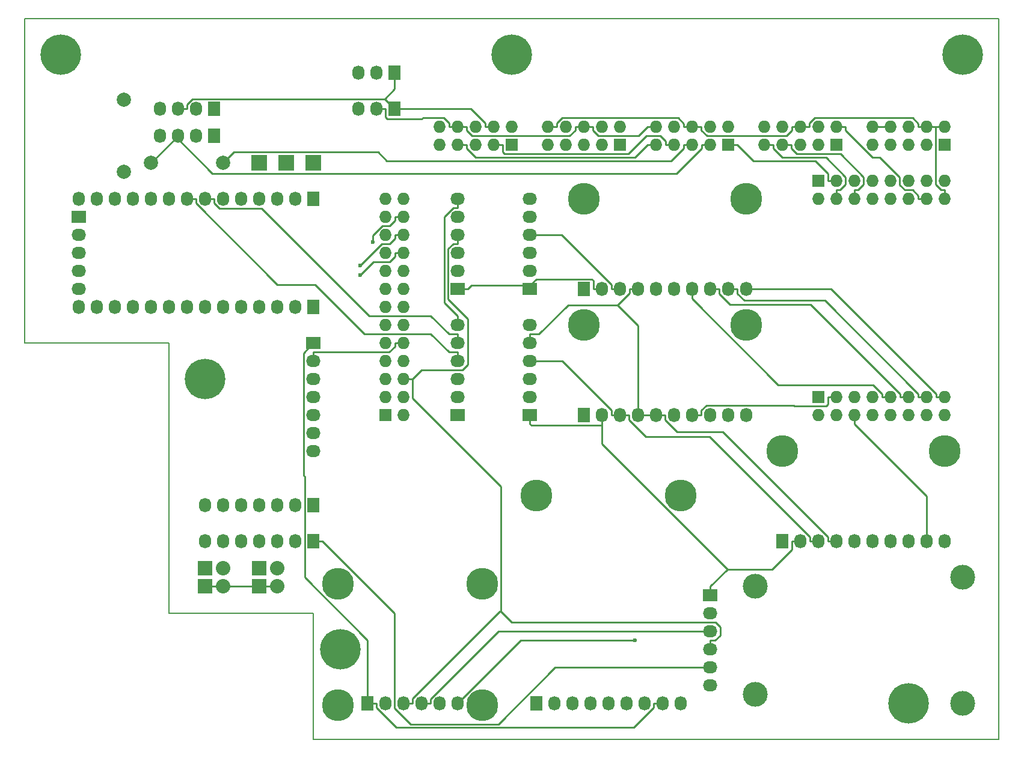
<source format=gtl>
G04 #@! TF.FileFunction,Copper,L1,Top,Signal*
%FSLAX46Y46*%
G04 Gerber Fmt 4.6, Leading zero omitted, Abs format (unit mm)*
G04 Created by KiCad (PCBNEW 4.0.2-stable) date 4/12/2016 5:16:18 AM*
%MOMM*%
G01*
G04 APERTURE LIST*
%ADD10C,2.000000*%
%ADD11C,0.150000*%
%ADD12C,5.700000*%
%ADD13C,3.500000*%
%ADD14C,4.500000*%
%ADD15R,2.032000X2.032000*%
%ADD16O,2.032000X2.032000*%
%ADD17R,2.235200X2.235200*%
%ADD18R,2.032000X1.727200*%
%ADD19O,2.032000X1.727200*%
%ADD20R,1.727200X1.727200*%
%ADD21O,1.727200X1.727200*%
%ADD22R,1.727200X2.032000*%
%ADD23O,1.727200X2.032000*%
%ADD24C,1.998980*%
%ADD25C,0.600000*%
%ADD26C,0.250000*%
G04 APERTURE END LIST*
D10*
D11*
X93980000Y-139700000D02*
X93980000Y-157480000D01*
X73660000Y-139700000D02*
X93980000Y-139700000D01*
X93980000Y-157480000D02*
X190500000Y-157480000D01*
X190500000Y-55880000D02*
X190500000Y-157480000D01*
X53340000Y-55880000D02*
X190500000Y-55880000D01*
X53340000Y-101600000D02*
X53340000Y-55880000D01*
X73660000Y-139700000D02*
X73660000Y-101600000D01*
X53340000Y-101600000D02*
X73660000Y-101600000D01*
D12*
X97790000Y-144780000D03*
X121920000Y-60960000D03*
X78740000Y-106680000D03*
X58420000Y-60960000D03*
X185420000Y-60960000D03*
D13*
X185420000Y-134620000D03*
X185420000Y-152400000D03*
X156210000Y-151130000D03*
D14*
X154940000Y-81280000D03*
X132080000Y-81280000D03*
X132080000Y-99060000D03*
X154940000Y-99060000D03*
X182880000Y-116840000D03*
X160020000Y-116840000D03*
X125349000Y-123063000D03*
X145669000Y-123063000D03*
X117729000Y-135509000D03*
X97409000Y-135509000D03*
X117729000Y-152654000D03*
D15*
X86360000Y-133350000D03*
D16*
X88900000Y-133350000D03*
D17*
X90170000Y-76200000D03*
D18*
X93980000Y-101600000D03*
D19*
X93980000Y-104140000D03*
X93980000Y-106680000D03*
X93980000Y-109220000D03*
X93980000Y-111760000D03*
X93980000Y-114300000D03*
X93980000Y-116840000D03*
D20*
X182880000Y-73660000D03*
D21*
X182880000Y-71120000D03*
X180340000Y-73660000D03*
X180340000Y-71120000D03*
X177800000Y-73660000D03*
X177800000Y-71120000D03*
X175260000Y-73660000D03*
X175260000Y-71120000D03*
X172720000Y-73660000D03*
X172720000Y-71120000D03*
D20*
X152400000Y-73660000D03*
D21*
X152400000Y-71120000D03*
X149860000Y-73660000D03*
X149860000Y-71120000D03*
X147320000Y-73660000D03*
X147320000Y-71120000D03*
X144780000Y-73660000D03*
X144780000Y-71120000D03*
X142240000Y-73660000D03*
X142240000Y-71120000D03*
D20*
X137160000Y-73660000D03*
D21*
X137160000Y-71120000D03*
X134620000Y-73660000D03*
X134620000Y-71120000D03*
X132080000Y-73660000D03*
X132080000Y-71120000D03*
X129540000Y-73660000D03*
X129540000Y-71120000D03*
X127000000Y-73660000D03*
X127000000Y-71120000D03*
D20*
X167640000Y-73660000D03*
D21*
X167640000Y-71120000D03*
X165100000Y-73660000D03*
X165100000Y-71120000D03*
X162560000Y-73660000D03*
X162560000Y-71120000D03*
X160020000Y-73660000D03*
X160020000Y-71120000D03*
X157480000Y-73660000D03*
X157480000Y-71120000D03*
D20*
X121920000Y-73660000D03*
D21*
X121920000Y-71120000D03*
X119380000Y-73660000D03*
X119380000Y-71120000D03*
X116840000Y-73660000D03*
X116840000Y-71120000D03*
X114300000Y-73660000D03*
X114300000Y-71120000D03*
X111760000Y-73660000D03*
X111760000Y-71120000D03*
D22*
X101600000Y-152400000D03*
D23*
X104140000Y-152400000D03*
X106680000Y-152400000D03*
X109220000Y-152400000D03*
X111760000Y-152400000D03*
X114300000Y-152400000D03*
D22*
X125349000Y-152400000D03*
D23*
X127889000Y-152400000D03*
X130429000Y-152400000D03*
X132969000Y-152400000D03*
X135509000Y-152400000D03*
X138049000Y-152400000D03*
X140589000Y-152400000D03*
X143129000Y-152400000D03*
X145669000Y-152400000D03*
D18*
X114300000Y-93980000D03*
D19*
X114300000Y-91440000D03*
X114300000Y-88900000D03*
X114300000Y-86360000D03*
X114300000Y-83820000D03*
X114300000Y-81280000D03*
D18*
X124460000Y-93980000D03*
D19*
X124460000Y-91440000D03*
X124460000Y-88900000D03*
X124460000Y-86360000D03*
X124460000Y-83820000D03*
X124460000Y-81280000D03*
D18*
X114300000Y-111760000D03*
D19*
X114300000Y-109220000D03*
X114300000Y-106680000D03*
X114300000Y-104140000D03*
X114300000Y-101600000D03*
X114300000Y-99060000D03*
D18*
X124460000Y-111760000D03*
D19*
X124460000Y-109220000D03*
X124460000Y-106680000D03*
X124460000Y-104140000D03*
X124460000Y-101600000D03*
X124460000Y-99060000D03*
D22*
X105410000Y-68580000D03*
D23*
X102870000Y-68580000D03*
X100330000Y-68580000D03*
D22*
X132080000Y-93980000D03*
D23*
X134620000Y-93980000D03*
X137160000Y-93980000D03*
X139700000Y-93980000D03*
X142240000Y-93980000D03*
X144780000Y-93980000D03*
X147320000Y-93980000D03*
X149860000Y-93980000D03*
X152400000Y-93980000D03*
X154940000Y-93980000D03*
D22*
X132080000Y-111760000D03*
D23*
X134620000Y-111760000D03*
X137160000Y-111760000D03*
X139700000Y-111760000D03*
X142240000Y-111760000D03*
X144780000Y-111760000D03*
X147320000Y-111760000D03*
X149860000Y-111760000D03*
X152400000Y-111760000D03*
X154940000Y-111760000D03*
D22*
X160020000Y-129540000D03*
D23*
X162560000Y-129540000D03*
X165100000Y-129540000D03*
X167640000Y-129540000D03*
X170180000Y-129540000D03*
X172720000Y-129540000D03*
X175260000Y-129540000D03*
X177800000Y-129540000D03*
X180340000Y-129540000D03*
X182880000Y-129540000D03*
D20*
X165100000Y-109220000D03*
D21*
X165100000Y-111760000D03*
X167640000Y-109220000D03*
X167640000Y-111760000D03*
X170180000Y-109220000D03*
X170180000Y-111760000D03*
X172720000Y-109220000D03*
X172720000Y-111760000D03*
X175260000Y-109220000D03*
X175260000Y-111760000D03*
X177800000Y-109220000D03*
X177800000Y-111760000D03*
X180340000Y-109220000D03*
X180340000Y-111760000D03*
X182880000Y-109220000D03*
X182880000Y-111760000D03*
D18*
X149860000Y-137160000D03*
D19*
X149860000Y-139700000D03*
X149860000Y-142240000D03*
X149860000Y-144780000D03*
X149860000Y-147320000D03*
X149860000Y-149860000D03*
D18*
X60960000Y-83820000D03*
D19*
X60960000Y-86360000D03*
X60960000Y-88900000D03*
X60960000Y-91440000D03*
X60960000Y-93980000D03*
D22*
X93980000Y-96520000D03*
D23*
X91440000Y-96520000D03*
X88900000Y-96520000D03*
X86360000Y-96520000D03*
X83820000Y-96520000D03*
X81280000Y-96520000D03*
X78740000Y-96520000D03*
X76200000Y-96520000D03*
X73660000Y-96520000D03*
X71120000Y-96520000D03*
X68580000Y-96520000D03*
X66040000Y-96520000D03*
X63500000Y-96520000D03*
X60960000Y-96520000D03*
D22*
X93980000Y-81280000D03*
D23*
X91440000Y-81280000D03*
X88900000Y-81280000D03*
X86360000Y-81280000D03*
X83820000Y-81280000D03*
X81280000Y-81280000D03*
X78740000Y-81280000D03*
X76200000Y-81280000D03*
X73660000Y-81280000D03*
X71120000Y-81280000D03*
X68580000Y-81280000D03*
X66040000Y-81280000D03*
X63500000Y-81280000D03*
X60960000Y-81280000D03*
D20*
X165100000Y-78740000D03*
D21*
X165100000Y-81280000D03*
X167640000Y-78740000D03*
X167640000Y-81280000D03*
X170180000Y-78740000D03*
X170180000Y-81280000D03*
X172720000Y-78740000D03*
X172720000Y-81280000D03*
X175260000Y-78740000D03*
X175260000Y-81280000D03*
X177800000Y-78740000D03*
X177800000Y-81280000D03*
X180340000Y-78740000D03*
X180340000Y-81280000D03*
X182880000Y-78740000D03*
X182880000Y-81280000D03*
D22*
X93980000Y-124460000D03*
D23*
X91440000Y-124460000D03*
X88900000Y-124460000D03*
X86360000Y-124460000D03*
X83820000Y-124460000D03*
X81280000Y-124460000D03*
X78740000Y-124460000D03*
D22*
X93980000Y-129540000D03*
D23*
X91440000Y-129540000D03*
X88900000Y-129540000D03*
X86360000Y-129540000D03*
X83820000Y-129540000D03*
X81280000Y-129540000D03*
X78740000Y-129540000D03*
D20*
X104140000Y-111760000D03*
D21*
X106680000Y-111760000D03*
X104140000Y-109220000D03*
X106680000Y-109220000D03*
X104140000Y-106680000D03*
X106680000Y-106680000D03*
X104140000Y-104140000D03*
X106680000Y-104140000D03*
X104140000Y-101600000D03*
X106680000Y-101600000D03*
X104140000Y-99060000D03*
X106680000Y-99060000D03*
X104140000Y-96520000D03*
X106680000Y-96520000D03*
X104140000Y-93980000D03*
X106680000Y-93980000D03*
X104140000Y-91440000D03*
X106680000Y-91440000D03*
X104140000Y-88900000D03*
X106680000Y-88900000D03*
X104140000Y-86360000D03*
X106680000Y-86360000D03*
X104140000Y-83820000D03*
X106680000Y-83820000D03*
X104140000Y-81280000D03*
X106680000Y-81280000D03*
D22*
X80010000Y-68580000D03*
D23*
X77470000Y-68580000D03*
X74930000Y-68580000D03*
X72390000Y-68580000D03*
D22*
X80010000Y-72390000D03*
D23*
X77470000Y-72390000D03*
X74930000Y-72390000D03*
X72390000Y-72390000D03*
D24*
X67310000Y-67310000D03*
X67310000Y-77470000D03*
X81280000Y-76200000D03*
X71120000Y-76200000D03*
D15*
X78740000Y-133350000D03*
D16*
X81280000Y-133350000D03*
D15*
X78740000Y-135890000D03*
D16*
X81280000Y-135890000D03*
D15*
X86360000Y-135890000D03*
D16*
X88900000Y-135890000D03*
D17*
X93980000Y-76200000D03*
X86360000Y-76200000D03*
D22*
X105410000Y-63500000D03*
D23*
X102870000Y-63500000D03*
X100330000Y-63500000D03*
D14*
X97409000Y-152654000D03*
D13*
X156210000Y-135890000D03*
D12*
X177800000Y-152400000D03*
D25*
X100574500Y-90641800D03*
X100550700Y-91992700D03*
X102300000Y-87369300D03*
X139266200Y-143531400D03*
D26*
X172720000Y-71120000D02*
X175260000Y-71120000D01*
X104604700Y-102901100D02*
X93980000Y-102901100D01*
X105441100Y-102064700D02*
X104604700Y-102901100D01*
X105441100Y-101600000D02*
X105441100Y-102064700D01*
X106680000Y-101600000D02*
X105441100Y-101600000D01*
X93980000Y-104140000D02*
X93980000Y-102901100D01*
X162560000Y-129540000D02*
X161321100Y-129540000D01*
X149860000Y-137160000D02*
X149860000Y-135921100D01*
X124460000Y-93980000D02*
X124460000Y-93485300D01*
X114300000Y-93980000D02*
X115691300Y-93980000D01*
X163798900Y-70606600D02*
X163798900Y-71120000D01*
X164527500Y-69878000D02*
X163798900Y-70606600D01*
X178323700Y-69878000D02*
X164527500Y-69878000D01*
X179101100Y-70655400D02*
X178323700Y-69878000D01*
X179101100Y-71120000D02*
X179101100Y-70655400D01*
X180340000Y-71120000D02*
X179101100Y-71120000D01*
X162560000Y-71120000D02*
X163798900Y-71120000D01*
X116186000Y-93485300D02*
X124460000Y-93485300D01*
X115691300Y-93980000D02*
X116186000Y-93485300D01*
X133381100Y-92812700D02*
X133381100Y-93980000D01*
X133157000Y-92588600D02*
X133381100Y-92812700D01*
X125356700Y-92588600D02*
X133157000Y-92588600D01*
X124460000Y-93485300D02*
X125356700Y-92588600D01*
X134620000Y-93980000D02*
X133381100Y-93980000D01*
X158520200Y-133502400D02*
X152278700Y-133502400D01*
X161321100Y-130701500D02*
X158520200Y-133502400D01*
X161321100Y-129540000D02*
X161321100Y-130701500D01*
X152278700Y-133502400D02*
X149860000Y-135921100D01*
X182880000Y-71120000D02*
X181610000Y-71120000D01*
X181610000Y-71120000D02*
X180340000Y-71120000D01*
X182366600Y-80041100D02*
X182880000Y-80041100D01*
X181610000Y-79284500D02*
X182366600Y-80041100D01*
X181610000Y-71120000D02*
X181610000Y-79284500D01*
X182880000Y-81280000D02*
X182880000Y-80041100D01*
X74930000Y-68580000D02*
X76168900Y-68580000D01*
X124645400Y-113184300D02*
X134620000Y-113184300D01*
X124460000Y-112998900D02*
X124645400Y-113184300D01*
X134620000Y-115843700D02*
X134620000Y-113184300D01*
X152278700Y-133502400D02*
X134620000Y-115843700D01*
X134620000Y-113184300D02*
X134620000Y-111760000D01*
X124460000Y-111760000D02*
X124460000Y-112998900D01*
X76941100Y-67188400D02*
X104018400Y-67188400D01*
X76168900Y-67960600D02*
X76941100Y-67188400D01*
X76168900Y-68580000D02*
X76168900Y-67960600D01*
X105410000Y-65796800D02*
X105410000Y-63500000D01*
X104018400Y-67188400D02*
X105410000Y-65796800D01*
X119380000Y-71120000D02*
X118141100Y-71120000D01*
X104018400Y-67188400D02*
X105410000Y-68580000D01*
X118141100Y-70606600D02*
X118141100Y-71120000D01*
X116114500Y-68580000D02*
X118141100Y-70606600D01*
X105410000Y-68580000D02*
X116114500Y-68580000D01*
X162560000Y-71120000D02*
X161321100Y-71120000D01*
X128238900Y-70606600D02*
X128238900Y-71120000D01*
X128965100Y-69880400D02*
X128238900Y-70606600D01*
X145306100Y-69880400D02*
X128965100Y-69880400D01*
X146081100Y-70655400D02*
X145306100Y-69880400D01*
X146081100Y-71120000D02*
X146081100Y-70655400D01*
X161321100Y-71633400D02*
X161321100Y-71120000D01*
X160564500Y-72390000D02*
X161321100Y-71633400D01*
X149364300Y-72390000D02*
X160564500Y-72390000D01*
X148558900Y-71584600D02*
X149364300Y-72390000D01*
X148558900Y-71120000D02*
X148558900Y-71584600D01*
X147320000Y-71120000D02*
X148558900Y-71120000D01*
X147320000Y-71120000D02*
X146081100Y-71120000D01*
X127000000Y-71120000D02*
X128238900Y-71120000D01*
X135921100Y-111094200D02*
X135921100Y-111760000D01*
X128966900Y-104140000D02*
X135921100Y-111094200D01*
X124460000Y-104140000D02*
X128966900Y-104140000D01*
X137160000Y-111760000D02*
X135921100Y-111760000D01*
X128920500Y-86360000D02*
X124460000Y-86360000D01*
X135921100Y-93360600D02*
X128920500Y-86360000D01*
X135921100Y-93980000D02*
X135921100Y-93360600D01*
X137160000Y-93980000D02*
X135921100Y-93980000D01*
X138398900Y-112425800D02*
X138398900Y-111760000D01*
X140798200Y-114825100D02*
X138398900Y-112425800D01*
X149765600Y-114825100D02*
X140798200Y-114825100D01*
X163861100Y-128920600D02*
X149765600Y-114825100D01*
X163861100Y-129540000D02*
X163861100Y-128920600D01*
X165100000Y-129540000D02*
X163861100Y-129540000D01*
X137160000Y-111760000D02*
X138398900Y-111760000D01*
X139700000Y-93980000D02*
X138461100Y-93980000D01*
X124460000Y-101600000D02*
X124460000Y-100361100D01*
X143478900Y-112425800D02*
X143478900Y-111760000D01*
X145172600Y-114119500D02*
X143478900Y-112425800D01*
X151600000Y-114119500D02*
X145172600Y-114119500D01*
X166401100Y-128920600D02*
X151600000Y-114119500D01*
X166401100Y-129540000D02*
X166401100Y-128920600D01*
X167640000Y-129540000D02*
X166401100Y-129540000D01*
X142240000Y-111760000D02*
X143478900Y-111760000D01*
X142240000Y-111760000D02*
X139700000Y-111760000D01*
X138461100Y-94599400D02*
X136813500Y-96247000D01*
X138461100Y-93980000D02*
X138461100Y-94599400D01*
X125698900Y-100361100D02*
X124460000Y-100361100D01*
X129813000Y-96247000D02*
X125698900Y-100361100D01*
X136813500Y-96247000D02*
X129813000Y-96247000D01*
X139700000Y-99133500D02*
X136813500Y-96247000D01*
X139700000Y-111760000D02*
X139700000Y-99133500D01*
X113061100Y-70606600D02*
X113061100Y-71120000D01*
X112305200Y-69850700D02*
X113061100Y-70606600D01*
X109387700Y-69850700D02*
X112305200Y-69850700D01*
X109261000Y-69977400D02*
X109387700Y-69850700D01*
X104344800Y-69977400D02*
X109261000Y-69977400D01*
X104108900Y-69741500D02*
X104344800Y-69977400D01*
X104108900Y-68580000D02*
X104108900Y-69741500D01*
X102870000Y-68580000D02*
X104108900Y-68580000D01*
X114300000Y-71120000D02*
X113061100Y-71120000D01*
X114300000Y-71120000D02*
X115538900Y-71120000D01*
X115538900Y-71633400D02*
X115538900Y-71120000D01*
X116295500Y-72390000D02*
X115538900Y-71633400D01*
X130035700Y-72390000D02*
X116295500Y-72390000D01*
X130841100Y-71584600D02*
X130035700Y-72390000D01*
X130841100Y-71120000D02*
X130841100Y-71584600D01*
X131509100Y-71120000D02*
X130841100Y-71120000D01*
X142240000Y-71120000D02*
X141001100Y-71120000D01*
X131509100Y-71120000D02*
X132080000Y-71120000D01*
X139752400Y-72368700D02*
X141001100Y-71120000D01*
X134103000Y-72368700D02*
X139752400Y-72368700D01*
X133318900Y-71584600D02*
X134103000Y-72368700D01*
X133318900Y-71120000D02*
X133318900Y-71584600D01*
X132080000Y-71120000D02*
X133318900Y-71120000D01*
X101600000Y-143480300D02*
X101600000Y-152400000D01*
X92740900Y-134621200D02*
X101600000Y-143480300D01*
X92740900Y-120430600D02*
X92740900Y-134621200D01*
X92583700Y-120273400D02*
X92740900Y-120430600D01*
X92583700Y-102996300D02*
X92583700Y-120273400D01*
X93980000Y-101600000D02*
X92583700Y-102996300D01*
X102838900Y-153019500D02*
X102838900Y-152400000D01*
X105637300Y-155817900D02*
X102838900Y-153019500D01*
X139091600Y-155817900D02*
X105637300Y-155817900D01*
X141890100Y-153019400D02*
X139091600Y-155817900D01*
X141890100Y-152400000D02*
X141890100Y-153019400D01*
X143129000Y-152400000D02*
X141890100Y-152400000D01*
X101600000Y-152400000D02*
X102838900Y-152400000D01*
X114300000Y-81280000D02*
X114300000Y-82518900D01*
X114300000Y-99060000D02*
X114300000Y-97821100D01*
X112396500Y-95917600D02*
X114300000Y-97821100D01*
X112396500Y-83803000D02*
X112396500Y-95917600D01*
X113680600Y-82518900D02*
X112396500Y-83803000D01*
X114300000Y-82518900D02*
X113680600Y-82518900D01*
X106680000Y-86360000D02*
X105441100Y-86360000D01*
X103617400Y-87598900D02*
X100574500Y-90641800D01*
X104666900Y-87598900D02*
X103617400Y-87598900D01*
X105441100Y-86824700D02*
X104666900Y-87598900D01*
X105441100Y-86360000D02*
X105441100Y-86824700D01*
X102404500Y-90138900D02*
X100550700Y-91992700D01*
X104666900Y-90138900D02*
X102404500Y-90138900D01*
X105441100Y-89364700D02*
X104666900Y-90138900D01*
X105441100Y-88900000D02*
X105441100Y-89364700D01*
X106680000Y-88900000D02*
X105441100Y-88900000D01*
X102300000Y-86425200D02*
X102300000Y-87369300D01*
X103666300Y-85058900D02*
X102300000Y-86425200D01*
X104666900Y-85058900D02*
X103666300Y-85058900D01*
X105441100Y-84284700D02*
X104666900Y-85058900D01*
X105441100Y-83820000D02*
X105441100Y-84284700D01*
X106680000Y-83820000D02*
X105441100Y-83820000D01*
X139252400Y-75408700D02*
X141001100Y-73660000D01*
X116823000Y-75408700D02*
X139252400Y-75408700D01*
X115538900Y-74124600D02*
X116823000Y-75408700D01*
X115538900Y-73660000D02*
X115538900Y-74124600D01*
X114300000Y-73660000D02*
X115538900Y-73660000D01*
X142240000Y-73660000D02*
X141001100Y-73660000D01*
X119999500Y-142240000D02*
X149860000Y-142240000D01*
X110458900Y-151780600D02*
X119999500Y-142240000D01*
X110458900Y-152400000D02*
X110458900Y-151780600D01*
X109220000Y-152400000D02*
X110458900Y-152400000D01*
X143541100Y-73146600D02*
X143541100Y-73660000D01*
X142784500Y-72390000D02*
X143541100Y-73146600D01*
X140848000Y-72390000D02*
X142784500Y-72390000D01*
X138339000Y-74899000D02*
X140848000Y-72390000D01*
X120851300Y-74899000D02*
X138339000Y-74899000D01*
X120618900Y-74666600D02*
X120851300Y-74899000D01*
X120618900Y-73660000D02*
X120618900Y-74666600D01*
X119380000Y-73660000D02*
X120618900Y-73660000D01*
X144780000Y-73660000D02*
X143541100Y-73660000D01*
X149860000Y-144780000D02*
X149860000Y-143541100D01*
X106680000Y-106680000D02*
X107918900Y-106680000D01*
X114300000Y-86360000D02*
X114300000Y-87598900D01*
X113634200Y-87598900D02*
X114300000Y-87598900D01*
X112896800Y-88336300D02*
X113634200Y-87598900D01*
X112896800Y-95397500D02*
X112896800Y-88336300D01*
X115717800Y-98218500D02*
X112896800Y-95397500D01*
X115717800Y-104659300D02*
X115717800Y-98218500D01*
X114967100Y-105410000D02*
X115717800Y-104659300D01*
X109188900Y-105410000D02*
X114967100Y-105410000D01*
X107918900Y-106680000D02*
X109188900Y-105410000D01*
X106680000Y-152400000D02*
X107918900Y-152400000D01*
X107918900Y-109347900D02*
X107918900Y-106680000D01*
X120364500Y-121793500D02*
X107918900Y-109347900D01*
X120364500Y-139427000D02*
X120364500Y-121793500D01*
X121907500Y-140970000D02*
X120364500Y-139427000D01*
X150567700Y-140970000D02*
X121907500Y-140970000D01*
X151267700Y-141670000D02*
X150567700Y-140970000D01*
X151267700Y-142799200D02*
X151267700Y-141670000D01*
X150525800Y-143541100D02*
X151267700Y-142799200D01*
X149860000Y-143541100D02*
X150525800Y-143541100D01*
X107918900Y-151734200D02*
X107918900Y-152400000D01*
X120226100Y-139427000D02*
X107918900Y-151734200D01*
X120364500Y-139427000D02*
X120226100Y-139427000D01*
X147320000Y-73660000D02*
X146081100Y-73660000D01*
X146081100Y-74173400D02*
X146081100Y-73660000D01*
X144311200Y-75943300D02*
X146081100Y-74173400D01*
X104292300Y-75943300D02*
X144311200Y-75943300D01*
X103056000Y-74707000D02*
X104292300Y-75943300D01*
X82773000Y-74707000D02*
X103056000Y-74707000D01*
X81280000Y-76200000D02*
X82773000Y-74707000D01*
X74930000Y-72390000D02*
X74435300Y-72390000D01*
X149860000Y-73660000D02*
X148621100Y-73660000D01*
X71120000Y-76200000D02*
X74682700Y-72637300D01*
X74435300Y-72390000D02*
X74682700Y-72637300D01*
X148621100Y-74173400D02*
X148621100Y-73660000D01*
X145089100Y-77705400D02*
X148621100Y-74173400D01*
X79750700Y-77705400D02*
X145089100Y-77705400D01*
X74682700Y-72637300D02*
X79750700Y-77705400D01*
X175260000Y-109220000D02*
X174021100Y-109220000D01*
X147320000Y-93980000D02*
X147320000Y-95371300D01*
X159429500Y-107480800D02*
X147320000Y-95371300D01*
X172746600Y-107480800D02*
X159429500Y-107480800D01*
X174021100Y-108755300D02*
X172746600Y-107480800D01*
X174021100Y-109220000D02*
X174021100Y-108755300D01*
X151098900Y-94645800D02*
X151098900Y-93980000D01*
X152602200Y-96149100D02*
X151098900Y-94645800D01*
X163954800Y-96149100D02*
X152602200Y-96149100D01*
X176561100Y-108755400D02*
X163954800Y-96149100D01*
X176561100Y-109220000D02*
X176561100Y-108755400D01*
X177800000Y-109220000D02*
X176561100Y-109220000D01*
X149860000Y-93980000D02*
X151098900Y-93980000D01*
X153638900Y-94645800D02*
X153638900Y-93980000D01*
X154609000Y-95615900D02*
X153638900Y-94645800D01*
X165961600Y-95615900D02*
X154609000Y-95615900D01*
X179101100Y-108755400D02*
X165961600Y-95615900D01*
X179101100Y-109220000D02*
X179101100Y-108755400D01*
X180340000Y-109220000D02*
X179101100Y-109220000D01*
X152400000Y-93980000D02*
X153638900Y-93980000D01*
X166865700Y-93980000D02*
X154940000Y-93980000D01*
X181641100Y-108755400D02*
X166865700Y-93980000D01*
X181641100Y-109220000D02*
X181641100Y-108755400D01*
X182880000Y-109220000D02*
X181641100Y-109220000D01*
X148558900Y-111094200D02*
X148558900Y-111760000D01*
X149294100Y-110359000D02*
X148558900Y-111094200D01*
X161600000Y-110359000D02*
X149294100Y-110359000D01*
X161700000Y-110459000D02*
X161600000Y-110359000D01*
X166168700Y-110459000D02*
X161700000Y-110459000D01*
X166401100Y-110226600D02*
X166168700Y-110459000D01*
X166401100Y-109220000D02*
X166401100Y-110226600D01*
X167640000Y-109220000D02*
X166401100Y-109220000D01*
X147320000Y-111760000D02*
X148558900Y-111760000D01*
X180340000Y-123158900D02*
X180340000Y-129540000D01*
X170180000Y-112998900D02*
X180340000Y-123158900D01*
X170180000Y-111760000D02*
X170180000Y-112998900D01*
X123138800Y-143531400D02*
X139266200Y-143531400D01*
X114300000Y-152370200D02*
X123138800Y-143531400D01*
X114300000Y-152400000D02*
X114300000Y-152370200D01*
X161258900Y-74173400D02*
X161258900Y-73660000D01*
X162048700Y-74963200D02*
X161258900Y-74173400D01*
X168206500Y-74963200D02*
X162048700Y-74963200D01*
X171450000Y-78206700D02*
X168206500Y-74963200D01*
X171450000Y-79235700D02*
X171450000Y-78206700D01*
X170644600Y-80041100D02*
X171450000Y-79235700D01*
X170180000Y-80041100D02*
X170644600Y-80041100D01*
X170180000Y-81280000D02*
X170180000Y-80041100D01*
X160020000Y-73660000D02*
X161258900Y-73660000D01*
X167640000Y-81280000D02*
X167640000Y-80041100D01*
X157480000Y-73660000D02*
X158718900Y-73660000D01*
X168104600Y-80041100D02*
X167640000Y-80041100D01*
X168910000Y-79235700D02*
X168104600Y-80041100D01*
X168910000Y-78247100D02*
X168910000Y-79235700D01*
X166126500Y-75463600D02*
X168910000Y-78247100D01*
X160009100Y-75463600D02*
X166126500Y-75463600D01*
X158718900Y-74173400D02*
X160009100Y-75463600D01*
X158718900Y-73660000D02*
X158718900Y-74173400D01*
X167640000Y-78740000D02*
X166401100Y-78740000D01*
X152400000Y-73660000D02*
X153638900Y-73660000D01*
X166401100Y-77733400D02*
X166401100Y-78740000D01*
X164631600Y-75963900D02*
X166401100Y-77733400D01*
X155942800Y-75963900D02*
X164631600Y-75963900D01*
X153638900Y-73660000D02*
X155942800Y-75963900D01*
X168878900Y-71633400D02*
X168878900Y-71120000D01*
X172687500Y-75442000D02*
X168878900Y-71633400D01*
X173718000Y-75442000D02*
X172687500Y-75442000D01*
X176530000Y-78254000D02*
X173718000Y-75442000D01*
X176530000Y-79288600D02*
X176530000Y-78254000D01*
X177282500Y-80041100D02*
X176530000Y-79288600D01*
X178326900Y-80041100D02*
X177282500Y-80041100D01*
X179101100Y-80815300D02*
X178326900Y-80041100D01*
X179101100Y-81280000D02*
X179101100Y-80815300D01*
X180340000Y-81280000D02*
X179101100Y-81280000D01*
X167640000Y-71120000D02*
X168878900Y-71120000D01*
X105410200Y-139731300D02*
X95218900Y-129540000D01*
X105410200Y-153059000D02*
X105410200Y-139731300D01*
X107668700Y-155317500D02*
X105410200Y-153059000D01*
X120007200Y-155317500D02*
X107668700Y-155317500D01*
X128004700Y-147320000D02*
X120007200Y-155317500D01*
X149860000Y-147320000D02*
X128004700Y-147320000D01*
X93980000Y-129540000D02*
X95218900Y-129540000D01*
X88900000Y-135890000D02*
X86360000Y-135890000D01*
X86360000Y-135890000D02*
X81280000Y-135890000D01*
X81280000Y-135890000D02*
X78740000Y-135890000D01*
X113061100Y-102901100D02*
X114300000Y-102901100D01*
X110490000Y-100330000D02*
X113061100Y-102901100D01*
X101141900Y-100330000D02*
X110490000Y-100330000D01*
X94160200Y-93348300D02*
X101141900Y-100330000D01*
X88887800Y-93348300D02*
X94160200Y-93348300D01*
X77438900Y-81899400D02*
X88887800Y-93348300D01*
X77438900Y-81280000D02*
X77438900Y-81899400D01*
X76200000Y-81280000D02*
X77438900Y-81280000D01*
X114300000Y-104140000D02*
X114300000Y-102901100D01*
X113061100Y-100361100D02*
X114300000Y-100361100D01*
X110490000Y-97790000D02*
X113061100Y-100361100D01*
X101794700Y-97790000D02*
X110490000Y-97790000D01*
X86676100Y-82671400D02*
X101794700Y-97790000D01*
X80750900Y-82671400D02*
X86676100Y-82671400D01*
X79978900Y-81899400D02*
X80750900Y-82671400D01*
X79978900Y-81280000D02*
X79978900Y-81899400D01*
X78740000Y-81280000D02*
X79978900Y-81280000D01*
X114300000Y-101600000D02*
X114300000Y-100361100D01*
M02*

</source>
